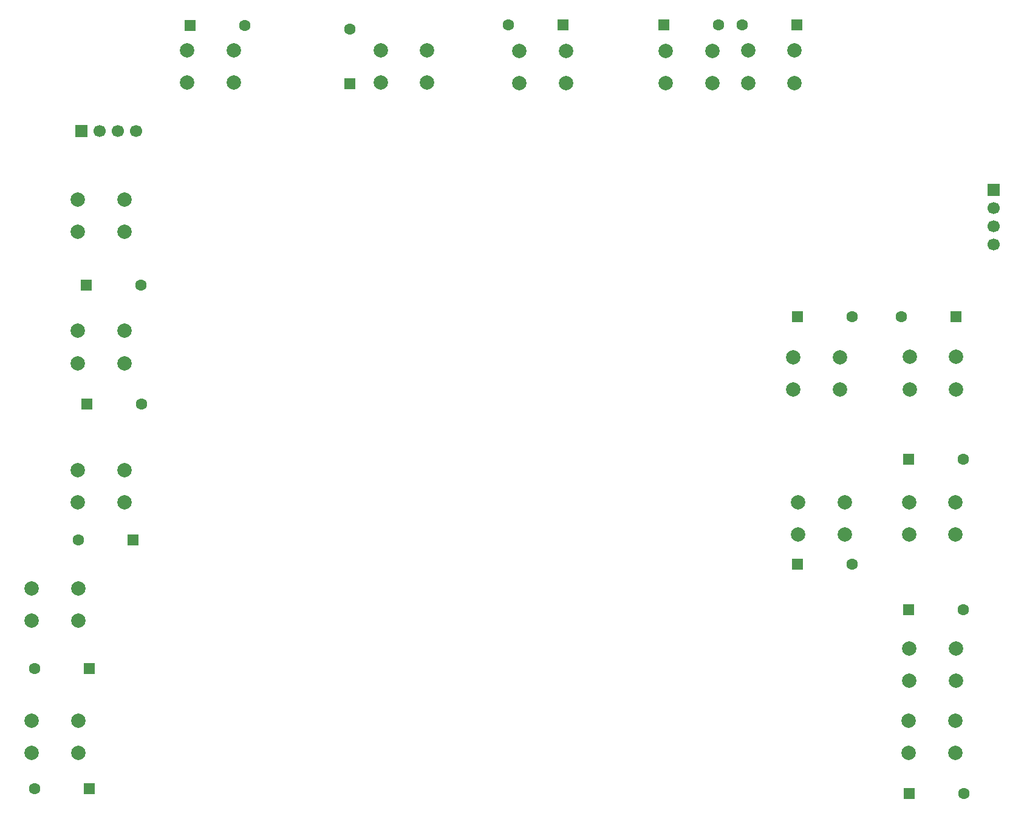
<source format=gts>
%TF.GenerationSoftware,KiCad,Pcbnew,9.0.3*%
%TF.CreationDate,2025-08-14T19:40:41-06:00*%
%TF.ProjectId,ARC-210-Master-Board,4152432d-3231-4302-9d4d-61737465722d,rev?*%
%TF.SameCoordinates,Original*%
%TF.FileFunction,Soldermask,Top*%
%TF.FilePolarity,Negative*%
%FSLAX46Y46*%
G04 Gerber Fmt 4.6, Leading zero omitted, Abs format (unit mm)*
G04 Created by KiCad (PCBNEW 9.0.3) date 2025-08-14 19:40:41*
%MOMM*%
%LPD*%
G01*
G04 APERTURE LIST*
G04 Aperture macros list*
%AMRoundRect*
0 Rectangle with rounded corners*
0 $1 Rounding radius*
0 $2 $3 $4 $5 $6 $7 $8 $9 X,Y pos of 4 corners*
0 Add a 4 corners polygon primitive as box body*
4,1,4,$2,$3,$4,$5,$6,$7,$8,$9,$2,$3,0*
0 Add four circle primitives for the rounded corners*
1,1,$1+$1,$2,$3*
1,1,$1+$1,$4,$5*
1,1,$1+$1,$6,$7*
1,1,$1+$1,$8,$9*
0 Add four rect primitives between the rounded corners*
20,1,$1+$1,$2,$3,$4,$5,0*
20,1,$1+$1,$4,$5,$6,$7,0*
20,1,$1+$1,$6,$7,$8,$9,0*
20,1,$1+$1,$8,$9,$2,$3,0*%
G04 Aperture macros list end*
%ADD10C,2.000000*%
%ADD11RoundRect,0.250000X-0.550000X-0.550000X0.550000X-0.550000X0.550000X0.550000X-0.550000X0.550000X0*%
%ADD12C,1.600000*%
%ADD13R,1.700000X1.700000*%
%ADD14C,1.700000*%
%ADD15RoundRect,0.250000X0.550000X0.550000X-0.550000X0.550000X-0.550000X-0.550000X0.550000X-0.550000X0*%
%ADD16RoundRect,0.250000X0.550000X-0.550000X0.550000X0.550000X-0.550000X0.550000X-0.550000X-0.550000X0*%
G04 APERTURE END LIST*
D10*
%TO.C,SW10*%
X179910000Y-35130000D03*
X186410000Y-35130000D03*
X179910000Y-39630000D03*
X186410000Y-39630000D03*
%TD*%
%TO.C,SW14*%
X202350000Y-98200000D03*
X208850000Y-98200000D03*
X202350000Y-102700000D03*
X208850000Y-102700000D03*
%TD*%
%TO.C,SW1*%
X86540000Y-133140000D03*
X80040000Y-133140000D03*
X86540000Y-128640000D03*
X80040000Y-128640000D03*
%TD*%
%TO.C,SW2*%
X86540000Y-114660000D03*
X80040000Y-114660000D03*
X86540000Y-110160000D03*
X80040000Y-110160000D03*
%TD*%
%TO.C,SW7*%
X135200000Y-39590000D03*
X128700000Y-39590000D03*
X135200000Y-35090000D03*
X128700000Y-35090000D03*
%TD*%
%TO.C,SW3*%
X92970000Y-98180000D03*
X86470000Y-98180000D03*
X92970000Y-93680000D03*
X86470000Y-93680000D03*
%TD*%
%TO.C,SW11*%
X186240000Y-77950000D03*
X192740000Y-77950000D03*
X186240000Y-82450000D03*
X192740000Y-82450000D03*
%TD*%
%TO.C,SW8*%
X148060000Y-35180000D03*
X154560000Y-35180000D03*
X148060000Y-39680000D03*
X154560000Y-39680000D03*
%TD*%
%TO.C,SW16*%
X208830000Y-133150000D03*
X202330000Y-133150000D03*
X208830000Y-128650000D03*
X202330000Y-128650000D03*
%TD*%
%TO.C,SW5*%
X92960000Y-60400000D03*
X86460000Y-60400000D03*
X92960000Y-55900000D03*
X86460000Y-55900000D03*
%TD*%
%TO.C,SW9*%
X168440000Y-35170000D03*
X174940000Y-35170000D03*
X168440000Y-39670000D03*
X174940000Y-39670000D03*
%TD*%
%TO.C,SW12*%
X202430000Y-77890000D03*
X208930000Y-77890000D03*
X202430000Y-82390000D03*
X208930000Y-82390000D03*
%TD*%
%TO.C,SW6*%
X101720000Y-35120000D03*
X108220000Y-35120000D03*
X101720000Y-39620000D03*
X108220000Y-39620000D03*
%TD*%
%TO.C,SW15*%
X202370000Y-118590000D03*
X208870000Y-118590000D03*
X202370000Y-123090000D03*
X208870000Y-123090000D03*
%TD*%
%TO.C,SW13*%
X193390000Y-102650000D03*
X186890000Y-102650000D03*
X193390000Y-98150000D03*
X186890000Y-98150000D03*
%TD*%
%TO.C,SW4*%
X93000000Y-78750000D03*
X86500000Y-78750000D03*
X93000000Y-74250000D03*
X86500000Y-74250000D03*
%TD*%
D11*
%TO.C,D11*%
X186790000Y-72240000D03*
D12*
X194410000Y-72240000D03*
%TD*%
D11*
%TO.C,D16*%
X202350000Y-138850000D03*
D12*
X209970000Y-138850000D03*
%TD*%
D11*
%TO.C,D9*%
X168140000Y-31570000D03*
D12*
X175760000Y-31570000D03*
%TD*%
D13*
%TO.C,J2*%
X86990000Y-46340000D03*
D14*
X89530000Y-46340000D03*
X92070000Y-46340000D03*
X94610000Y-46340000D03*
%TD*%
D11*
%TO.C,D15*%
X202300000Y-113160000D03*
D12*
X209920000Y-113160000D03*
%TD*%
D15*
%TO.C,D3*%
X94180000Y-103420000D03*
D12*
X86560000Y-103420000D03*
%TD*%
D13*
%TO.C,J1*%
X214150000Y-54570000D03*
D14*
X214150000Y-57110000D03*
X214150000Y-59650000D03*
X214150000Y-62190000D03*
%TD*%
D15*
%TO.C,D10*%
X186750000Y-31560000D03*
D12*
X179130000Y-31560000D03*
%TD*%
D11*
%TO.C,D4*%
X87730000Y-84470000D03*
D12*
X95350000Y-84470000D03*
%TD*%
D15*
%TO.C,D1*%
X88120000Y-138170000D03*
D12*
X80500000Y-138170000D03*
%TD*%
D11*
%TO.C,D6*%
X102180000Y-31590000D03*
D12*
X109800000Y-31590000D03*
%TD*%
D11*
%TO.C,D5*%
X87700000Y-67880000D03*
D12*
X95320000Y-67880000D03*
%TD*%
D16*
%TO.C,D7*%
X124380000Y-39770000D03*
D12*
X124380000Y-32150000D03*
%TD*%
D11*
%TO.C,D13*%
X186790000Y-106820000D03*
D12*
X194410000Y-106820000D03*
%TD*%
D15*
%TO.C,D12*%
X208890000Y-72260000D03*
D12*
X201270000Y-72260000D03*
%TD*%
D15*
%TO.C,D2*%
X88120000Y-121340000D03*
D12*
X80500000Y-121340000D03*
%TD*%
D11*
%TO.C,D14*%
X202300000Y-92150000D03*
D12*
X209920000Y-92150000D03*
%TD*%
D15*
%TO.C,D8*%
X154160000Y-31560000D03*
D12*
X146540000Y-31560000D03*
%TD*%
M02*

</source>
